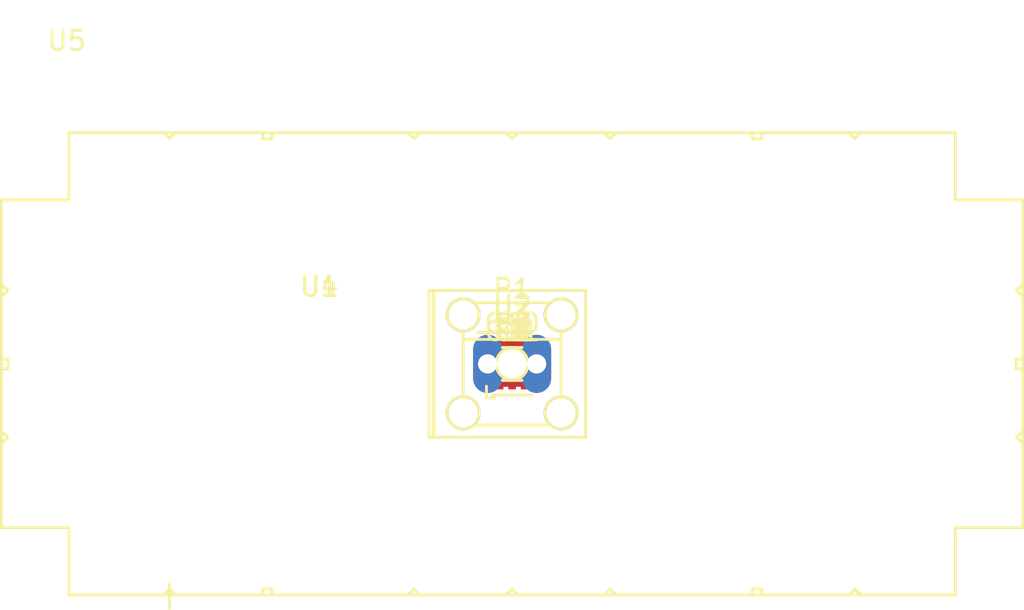
<source format=kicad_pcb>
(kicad_pcb (version 4) (host pcbnew 4.0.1-stable)

  (general
    (links 46)
    (no_connects 18)
    (area 0 0 0 0)
    (thickness 1.6)
    (drawings 0)
    (tracks 0)
    (zones 0)
    (modules 20)
    (nets 13)
  )

  (page A4)
  (layers
    (0 F.Cu signal)
    (31 B.Cu signal)
    (32 B.Adhes user)
    (33 F.Adhes user)
    (34 B.Paste user)
    (35 F.Paste user)
    (36 B.SilkS user)
    (37 F.SilkS user)
    (38 B.Mask user)
    (39 F.Mask user)
    (40 Dwgs.User user)
    (41 Cmts.User user)
    (42 Eco1.User user)
    (43 Eco2.User user)
    (44 Edge.Cuts user)
    (45 Margin user)
    (46 B.CrtYd user)
    (47 F.CrtYd user)
    (48 B.Fab user)
    (49 F.Fab user)
  )

  (setup
    (last_trace_width 0.25)
    (trace_clearance 0.2)
    (zone_clearance 0.508)
    (zone_45_only no)
    (trace_min 0.2)
    (segment_width 0.2)
    (edge_width 0.15)
    (via_size 0.6)
    (via_drill 0.4)
    (via_min_size 0.4)
    (via_min_drill 0.3)
    (uvia_size 0.3)
    (uvia_drill 0.1)
    (uvias_allowed no)
    (uvia_min_size 0.2)
    (uvia_min_drill 0.1)
    (pcb_text_width 0.3)
    (pcb_text_size 1.5 1.5)
    (mod_edge_width 0.15)
    (mod_text_size 1 1)
    (mod_text_width 0.15)
    (pad_size 1.524 1.524)
    (pad_drill 0.762)
    (pad_to_mask_clearance 0.2)
    (aux_axis_origin 0 0)
    (visible_elements FFFFFF7F)
    (pcbplotparams
      (layerselection 0x00030_80000001)
      (usegerberextensions false)
      (excludeedgelayer true)
      (linewidth 0.100000)
      (plotframeref false)
      (viasonmask false)
      (mode 1)
      (useauxorigin false)
      (hpglpennumber 1)
      (hpglpenspeed 20)
      (hpglpendiameter 15)
      (hpglpenoverlay 2)
      (psnegative false)
      (psa4output false)
      (plotreference true)
      (plotvalue true)
      (plotinvisibletext false)
      (padsonsilk false)
      (subtractmaskfromsilk false)
      (outputformat 1)
      (mirror false)
      (drillshape 1)
      (scaleselection 1)
      (outputdirectory ""))
  )

  (net 0 "")
  (net 1 "Net-(C1-Pad1)")
  (net 2 "Net-(C1-Pad2)")
  (net 3 GND)
  (net 4 "Net-(C2-Pad2)")
  (net 5 "Net-(C6-Pad2)")
  (net 6 "Net-(C7-Pad2)")
  (net 7 "Net-(C8-Pad1)")
  (net 8 "Net-(C8-Pad2)")
  (net 9 "Net-(C9-Pad2)")
  (net 10 "Net-(C10-Pad2)")
  (net 11 "Net-(L1-Pad2)")
  (net 12 "Net-(R1-Pad2)")

  (net_class Default "This is the default net class."
    (clearance 0.2)
    (trace_width 0.25)
    (via_dia 0.6)
    (via_drill 0.4)
    (uvia_dia 0.3)
    (uvia_drill 0.1)
    (add_net GND)
    (add_net "Net-(C1-Pad1)")
    (add_net "Net-(C1-Pad2)")
    (add_net "Net-(C10-Pad2)")
    (add_net "Net-(C2-Pad2)")
    (add_net "Net-(C6-Pad2)")
    (add_net "Net-(C7-Pad2)")
    (add_net "Net-(C8-Pad1)")
    (add_net "Net-(C8-Pad2)")
    (add_net "Net-(C9-Pad2)")
    (add_net "Net-(L1-Pad2)")
    (add_net "Net-(R1-Pad2)")
  )

  (module Capacitors_SMD:C_0402 (layer F.Cu) (tedit 5415D599) (tstamp 56C5716B)
    (at 148.5011 105.0036)
    (descr "Capacitor SMD 0402, reflow soldering, AVX (see smccp.pdf)")
    (tags "capacitor 0402")
    (path /56A5D305)
    (attr smd)
    (fp_text reference C1 (at 0 -1.7) (layer F.SilkS)
      (effects (font (size 1 1) (thickness 0.15)))
    )
    (fp_text value "1 nF" (at 0 1.7) (layer F.Fab)
      (effects (font (size 1 1) (thickness 0.15)))
    )
    (fp_line (start -1.15 -0.6) (end 1.15 -0.6) (layer F.CrtYd) (width 0.05))
    (fp_line (start -1.15 0.6) (end 1.15 0.6) (layer F.CrtYd) (width 0.05))
    (fp_line (start -1.15 -0.6) (end -1.15 0.6) (layer F.CrtYd) (width 0.05))
    (fp_line (start 1.15 -0.6) (end 1.15 0.6) (layer F.CrtYd) (width 0.05))
    (fp_line (start 0.25 -0.475) (end -0.25 -0.475) (layer F.SilkS) (width 0.15))
    (fp_line (start -0.25 0.475) (end 0.25 0.475) (layer F.SilkS) (width 0.15))
    (pad 1 smd rect (at -0.55 0) (size 0.6 0.5) (layers F.Cu F.Paste F.Mask)
      (net 1 "Net-(C1-Pad1)"))
    (pad 2 smd rect (at 0.55 0) (size 0.6 0.5) (layers F.Cu F.Paste F.Mask)
      (net 2 "Net-(C1-Pad2)"))
    (model Capacitors_SMD.3dshapes/C_0402.wrl
      (at (xyz 0 0 0))
      (scale (xyz 1 1 1))
      (rotate (xyz 0 0 0))
    )
  )

  (module Capacitors_SMD:C_0402 (layer F.Cu) (tedit 5415D599) (tstamp 56C57171)
    (at 148.5011 105.0036)
    (descr "Capacitor SMD 0402, reflow soldering, AVX (see smccp.pdf)")
    (tags "capacitor 0402")
    (path /56A5E0A7)
    (attr smd)
    (fp_text reference C2 (at 0 -1.7) (layer F.SilkS)
      (effects (font (size 1 1) (thickness 0.15)))
    )
    (fp_text value "100 pF" (at 0 1.7) (layer F.Fab)
      (effects (font (size 1 1) (thickness 0.15)))
    )
    (fp_line (start -1.15 -0.6) (end 1.15 -0.6) (layer F.CrtYd) (width 0.05))
    (fp_line (start -1.15 0.6) (end 1.15 0.6) (layer F.CrtYd) (width 0.05))
    (fp_line (start -1.15 -0.6) (end -1.15 0.6) (layer F.CrtYd) (width 0.05))
    (fp_line (start 1.15 -0.6) (end 1.15 0.6) (layer F.CrtYd) (width 0.05))
    (fp_line (start 0.25 -0.475) (end -0.25 -0.475) (layer F.SilkS) (width 0.15))
    (fp_line (start -0.25 0.475) (end 0.25 0.475) (layer F.SilkS) (width 0.15))
    (pad 1 smd rect (at -0.55 0) (size 0.6 0.5) (layers F.Cu F.Paste F.Mask)
      (net 3 GND))
    (pad 2 smd rect (at 0.55 0) (size 0.6 0.5) (layers F.Cu F.Paste F.Mask)
      (net 4 "Net-(C2-Pad2)"))
    (model Capacitors_SMD.3dshapes/C_0402.wrl
      (at (xyz 0 0 0))
      (scale (xyz 1 1 1))
      (rotate (xyz 0 0 0))
    )
  )

  (module Capacitors_SMD:C_0805 (layer F.Cu) (tedit 5415D6EA) (tstamp 56C57177)
    (at 148.5011 105.0036)
    (descr "Capacitor SMD 0805, reflow soldering, AVX (see smccp.pdf)")
    (tags "capacitor 0805")
    (path /56A5E034)
    (attr smd)
    (fp_text reference C3 (at 0 -2.1) (layer F.SilkS)
      (effects (font (size 1 1) (thickness 0.15)))
    )
    (fp_text value "10 uF" (at 0 2.1) (layer F.Fab)
      (effects (font (size 1 1) (thickness 0.15)))
    )
    (fp_line (start -1.8 -1) (end 1.8 -1) (layer F.CrtYd) (width 0.05))
    (fp_line (start -1.8 1) (end 1.8 1) (layer F.CrtYd) (width 0.05))
    (fp_line (start -1.8 -1) (end -1.8 1) (layer F.CrtYd) (width 0.05))
    (fp_line (start 1.8 -1) (end 1.8 1) (layer F.CrtYd) (width 0.05))
    (fp_line (start 0.5 -0.85) (end -0.5 -0.85) (layer F.SilkS) (width 0.15))
    (fp_line (start -0.5 0.85) (end 0.5 0.85) (layer F.SilkS) (width 0.15))
    (pad 1 smd rect (at -1 0) (size 1 1.25) (layers F.Cu F.Paste F.Mask)
      (net 3 GND))
    (pad 2 smd rect (at 1 0) (size 1 1.25) (layers F.Cu F.Paste F.Mask)
      (net 4 "Net-(C2-Pad2)"))
    (model Capacitors_SMD.3dshapes/C_0805.wrl
      (at (xyz 0 0 0))
      (scale (xyz 1 1 1))
      (rotate (xyz 0 0 0))
    )
  )

  (module Capacitors_SMD:C_0402 (layer F.Cu) (tedit 5415D599) (tstamp 56C5717D)
    (at 148.5011 105.0036)
    (descr "Capacitor SMD 0402, reflow soldering, AVX (see smccp.pdf)")
    (tags "capacitor 0402")
    (path /56A5DFF4)
    (attr smd)
    (fp_text reference C4 (at 0 -1.7) (layer F.SilkS)
      (effects (font (size 1 1) (thickness 0.15)))
    )
    (fp_text value "1 uF" (at 0 1.7) (layer F.Fab)
      (effects (font (size 1 1) (thickness 0.15)))
    )
    (fp_line (start -1.15 -0.6) (end 1.15 -0.6) (layer F.CrtYd) (width 0.05))
    (fp_line (start -1.15 0.6) (end 1.15 0.6) (layer F.CrtYd) (width 0.05))
    (fp_line (start -1.15 -0.6) (end -1.15 0.6) (layer F.CrtYd) (width 0.05))
    (fp_line (start 1.15 -0.6) (end 1.15 0.6) (layer F.CrtYd) (width 0.05))
    (fp_line (start 0.25 -0.475) (end -0.25 -0.475) (layer F.SilkS) (width 0.15))
    (fp_line (start -0.25 0.475) (end 0.25 0.475) (layer F.SilkS) (width 0.15))
    (pad 1 smd rect (at -0.55 0) (size 0.6 0.5) (layers F.Cu F.Paste F.Mask)
      (net 3 GND))
    (pad 2 smd rect (at 0.55 0) (size 0.6 0.5) (layers F.Cu F.Paste F.Mask)
      (net 4 "Net-(C2-Pad2)"))
    (model Capacitors_SMD.3dshapes/C_0402.wrl
      (at (xyz 0 0 0))
      (scale (xyz 1 1 1))
      (rotate (xyz 0 0 0))
    )
  )

  (module Capacitors_SMD:C_0402 (layer F.Cu) (tedit 5415D599) (tstamp 56C57183)
    (at 148.5011 105.0036)
    (descr "Capacitor SMD 0402, reflow soldering, AVX (see smccp.pdf)")
    (tags "capacitor 0402")
    (path /56A5D8BA)
    (attr smd)
    (fp_text reference C5 (at 0 -1.7) (layer F.SilkS)
      (effects (font (size 1 1) (thickness 0.15)))
    )
    (fp_text value "1 nF" (at 0 1.7) (layer F.Fab)
      (effects (font (size 1 1) (thickness 0.15)))
    )
    (fp_line (start -1.15 -0.6) (end 1.15 -0.6) (layer F.CrtYd) (width 0.05))
    (fp_line (start -1.15 0.6) (end 1.15 0.6) (layer F.CrtYd) (width 0.05))
    (fp_line (start -1.15 -0.6) (end -1.15 0.6) (layer F.CrtYd) (width 0.05))
    (fp_line (start 1.15 -0.6) (end 1.15 0.6) (layer F.CrtYd) (width 0.05))
    (fp_line (start 0.25 -0.475) (end -0.25 -0.475) (layer F.SilkS) (width 0.15))
    (fp_line (start -0.25 0.475) (end 0.25 0.475) (layer F.SilkS) (width 0.15))
    (pad 1 smd rect (at -0.55 0) (size 0.6 0.5) (layers F.Cu F.Paste F.Mask)
      (net 3 GND))
    (pad 2 smd rect (at 0.55 0) (size 0.6 0.5) (layers F.Cu F.Paste F.Mask)
      (net 4 "Net-(C2-Pad2)"))
    (model Capacitors_SMD.3dshapes/C_0402.wrl
      (at (xyz 0 0 0))
      (scale (xyz 1 1 1))
      (rotate (xyz 0 0 0))
    )
  )

  (module Capacitors_SMD:C_0805 (layer F.Cu) (tedit 5415D6EA) (tstamp 56C57189)
    (at 148.5011 105.0036)
    (descr "Capacitor SMD 0805, reflow soldering, AVX (see smccp.pdf)")
    (tags "capacitor 0805")
    (path /56A5E2D9)
    (attr smd)
    (fp_text reference C6 (at 0 -2.1) (layer F.SilkS)
      (effects (font (size 1 1) (thickness 0.15)))
    )
    (fp_text value "10 uF" (at 0 2.1) (layer F.Fab)
      (effects (font (size 1 1) (thickness 0.15)))
    )
    (fp_line (start -1.8 -1) (end 1.8 -1) (layer F.CrtYd) (width 0.05))
    (fp_line (start -1.8 1) (end 1.8 1) (layer F.CrtYd) (width 0.05))
    (fp_line (start -1.8 -1) (end -1.8 1) (layer F.CrtYd) (width 0.05))
    (fp_line (start 1.8 -1) (end 1.8 1) (layer F.CrtYd) (width 0.05))
    (fp_line (start 0.5 -0.85) (end -0.5 -0.85) (layer F.SilkS) (width 0.15))
    (fp_line (start -0.5 0.85) (end 0.5 0.85) (layer F.SilkS) (width 0.15))
    (pad 1 smd rect (at -1 0) (size 1 1.25) (layers F.Cu F.Paste F.Mask)
      (net 3 GND))
    (pad 2 smd rect (at 1 0) (size 1 1.25) (layers F.Cu F.Paste F.Mask)
      (net 5 "Net-(C6-Pad2)"))
    (model Capacitors_SMD.3dshapes/C_0805.wrl
      (at (xyz 0 0 0))
      (scale (xyz 1 1 1))
      (rotate (xyz 0 0 0))
    )
  )

  (module Capacitors_SMD:C_0402 (layer F.Cu) (tedit 5415D599) (tstamp 56C5718F)
    (at 148.5011 105.0036)
    (descr "Capacitor SMD 0402, reflow soldering, AVX (see smccp.pdf)")
    (tags "capacitor 0402")
    (path /56A5DE48)
    (attr smd)
    (fp_text reference C7 (at 0 -1.7) (layer F.SilkS)
      (effects (font (size 1 1) (thickness 0.15)))
    )
    (fp_text value "1 uF" (at 0 1.7) (layer F.Fab)
      (effects (font (size 1 1) (thickness 0.15)))
    )
    (fp_line (start -1.15 -0.6) (end 1.15 -0.6) (layer F.CrtYd) (width 0.05))
    (fp_line (start -1.15 0.6) (end 1.15 0.6) (layer F.CrtYd) (width 0.05))
    (fp_line (start -1.15 -0.6) (end -1.15 0.6) (layer F.CrtYd) (width 0.05))
    (fp_line (start 1.15 -0.6) (end 1.15 0.6) (layer F.CrtYd) (width 0.05))
    (fp_line (start 0.25 -0.475) (end -0.25 -0.475) (layer F.SilkS) (width 0.15))
    (fp_line (start -0.25 0.475) (end 0.25 0.475) (layer F.SilkS) (width 0.15))
    (pad 1 smd rect (at -0.55 0) (size 0.6 0.5) (layers F.Cu F.Paste F.Mask)
      (net 3 GND))
    (pad 2 smd rect (at 0.55 0) (size 0.6 0.5) (layers F.Cu F.Paste F.Mask)
      (net 6 "Net-(C7-Pad2)"))
    (model Capacitors_SMD.3dshapes/C_0402.wrl
      (at (xyz 0 0 0))
      (scale (xyz 1 1 1))
      (rotate (xyz 0 0 0))
    )
  )

  (module Capacitors_SMD:C_0402 (layer F.Cu) (tedit 5415D599) (tstamp 56C57195)
    (at 148.5011 105.0036)
    (descr "Capacitor SMD 0402, reflow soldering, AVX (see smccp.pdf)")
    (tags "capacitor 0402")
    (path /56A5D6B8)
    (attr smd)
    (fp_text reference C8 (at 0 -1.7) (layer F.SilkS)
      (effects (font (size 1 1) (thickness 0.15)))
    )
    (fp_text value "1 nF" (at 0 1.7) (layer F.Fab)
      (effects (font (size 1 1) (thickness 0.15)))
    )
    (fp_line (start -1.15 -0.6) (end 1.15 -0.6) (layer F.CrtYd) (width 0.05))
    (fp_line (start -1.15 0.6) (end 1.15 0.6) (layer F.CrtYd) (width 0.05))
    (fp_line (start -1.15 -0.6) (end -1.15 0.6) (layer F.CrtYd) (width 0.05))
    (fp_line (start 1.15 -0.6) (end 1.15 0.6) (layer F.CrtYd) (width 0.05))
    (fp_line (start 0.25 -0.475) (end -0.25 -0.475) (layer F.SilkS) (width 0.15))
    (fp_line (start -0.25 0.475) (end 0.25 0.475) (layer F.SilkS) (width 0.15))
    (pad 1 smd rect (at -0.55 0) (size 0.6 0.5) (layers F.Cu F.Paste F.Mask)
      (net 7 "Net-(C8-Pad1)"))
    (pad 2 smd rect (at 0.55 0) (size 0.6 0.5) (layers F.Cu F.Paste F.Mask)
      (net 8 "Net-(C8-Pad2)"))
    (model Capacitors_SMD.3dshapes/C_0402.wrl
      (at (xyz 0 0 0))
      (scale (xyz 1 1 1))
      (rotate (xyz 0 0 0))
    )
  )

  (module Capacitors_SMD:C_0402 (layer F.Cu) (tedit 5415D599) (tstamp 56C5719B)
    (at 148.5011 105.0036)
    (descr "Capacitor SMD 0402, reflow soldering, AVX (see smccp.pdf)")
    (tags "capacitor 0402")
    (path /56A5E440)
    (attr smd)
    (fp_text reference C9 (at 0 -1.7) (layer F.SilkS)
      (effects (font (size 1 1) (thickness 0.15)))
    )
    (fp_text value "1 uF" (at 0 1.7) (layer F.Fab)
      (effects (font (size 1 1) (thickness 0.15)))
    )
    (fp_line (start -1.15 -0.6) (end 1.15 -0.6) (layer F.CrtYd) (width 0.05))
    (fp_line (start -1.15 0.6) (end 1.15 0.6) (layer F.CrtYd) (width 0.05))
    (fp_line (start -1.15 -0.6) (end -1.15 0.6) (layer F.CrtYd) (width 0.05))
    (fp_line (start 1.15 -0.6) (end 1.15 0.6) (layer F.CrtYd) (width 0.05))
    (fp_line (start 0.25 -0.475) (end -0.25 -0.475) (layer F.SilkS) (width 0.15))
    (fp_line (start -0.25 0.475) (end 0.25 0.475) (layer F.SilkS) (width 0.15))
    (pad 1 smd rect (at -0.55 0) (size 0.6 0.5) (layers F.Cu F.Paste F.Mask)
      (net 3 GND))
    (pad 2 smd rect (at 0.55 0) (size 0.6 0.5) (layers F.Cu F.Paste F.Mask)
      (net 9 "Net-(C9-Pad2)"))
    (model Capacitors_SMD.3dshapes/C_0402.wrl
      (at (xyz 0 0 0))
      (scale (xyz 1 1 1))
      (rotate (xyz 0 0 0))
    )
  )

  (module Capacitors_SMD:C_0805 (layer F.Cu) (tedit 5415D6EA) (tstamp 56C571A1)
    (at 148.5011 105.0036)
    (descr "Capacitor SMD 0805, reflow soldering, AVX (see smccp.pdf)")
    (tags "capacitor 0805")
    (path /56A5E82E)
    (attr smd)
    (fp_text reference C10 (at 0 -2.1) (layer F.SilkS)
      (effects (font (size 1 1) (thickness 0.15)))
    )
    (fp_text value "10 uF" (at 0 2.1) (layer F.Fab)
      (effects (font (size 1 1) (thickness 0.15)))
    )
    (fp_line (start -1.8 -1) (end 1.8 -1) (layer F.CrtYd) (width 0.05))
    (fp_line (start -1.8 1) (end 1.8 1) (layer F.CrtYd) (width 0.05))
    (fp_line (start -1.8 -1) (end -1.8 1) (layer F.CrtYd) (width 0.05))
    (fp_line (start 1.8 -1) (end 1.8 1) (layer F.CrtYd) (width 0.05))
    (fp_line (start 0.5 -0.85) (end -0.5 -0.85) (layer F.SilkS) (width 0.15))
    (fp_line (start -0.5 0.85) (end 0.5 0.85) (layer F.SilkS) (width 0.15))
    (pad 1 smd rect (at -1 0) (size 1 1.25) (layers F.Cu F.Paste F.Mask)
      (net 3 GND))
    (pad 2 smd rect (at 1 0) (size 1 1.25) (layers F.Cu F.Paste F.Mask)
      (net 10 "Net-(C10-Pad2)"))
    (model Capacitors_SMD.3dshapes/C_0805.wrl
      (at (xyz 0 0 0))
      (scale (xyz 1 1 1))
      (rotate (xyz 0 0 0))
    )
  )

  (module Capacitors_SMD:C_0402 (layer F.Cu) (tedit 5415D599) (tstamp 56C571A7)
    (at 148.5011 105.0036)
    (descr "Capacitor SMD 0402, reflow soldering, AVX (see smccp.pdf)")
    (tags "capacitor 0402")
    (path /56A5EB07)
    (attr smd)
    (fp_text reference C11 (at 0 -1.7) (layer F.SilkS)
      (effects (font (size 1 1) (thickness 0.15)))
    )
    (fp_text value "1 nF" (at 0 1.7) (layer F.Fab)
      (effects (font (size 1 1) (thickness 0.15)))
    )
    (fp_line (start -1.15 -0.6) (end 1.15 -0.6) (layer F.CrtYd) (width 0.05))
    (fp_line (start -1.15 0.6) (end 1.15 0.6) (layer F.CrtYd) (width 0.05))
    (fp_line (start -1.15 -0.6) (end -1.15 0.6) (layer F.CrtYd) (width 0.05))
    (fp_line (start 1.15 -0.6) (end 1.15 0.6) (layer F.CrtYd) (width 0.05))
    (fp_line (start 0.25 -0.475) (end -0.25 -0.475) (layer F.SilkS) (width 0.15))
    (fp_line (start -0.25 0.475) (end 0.25 0.475) (layer F.SilkS) (width 0.15))
    (pad 1 smd rect (at -0.55 0) (size 0.6 0.5) (layers F.Cu F.Paste F.Mask)
      (net 3 GND))
    (pad 2 smd rect (at 0.55 0) (size 0.6 0.5) (layers F.Cu F.Paste F.Mask)
      (net 10 "Net-(C10-Pad2)"))
    (model Capacitors_SMD.3dshapes/C_0402.wrl
      (at (xyz 0 0 0))
      (scale (xyz 1 1 1))
      (rotate (xyz 0 0 0))
    )
  )

  (module Resistors_SMD:R_0402 (layer F.Cu) (tedit 5415CBB8) (tstamp 56C571AD)
    (at 148.5011 105.0036)
    (descr "Resistor SMD 0402, reflow soldering, Vishay (see dcrcw.pdf)")
    (tags "resistor 0402")
    (path /56AF9414)
    (attr smd)
    (fp_text reference L1 (at 0 -1.8) (layer F.SilkS)
      (effects (font (size 1 1) (thickness 0.15)))
    )
    (fp_text value "56 nH" (at 0 1.8) (layer F.Fab)
      (effects (font (size 1 1) (thickness 0.15)))
    )
    (fp_line (start -0.95 -0.65) (end 0.95 -0.65) (layer F.CrtYd) (width 0.05))
    (fp_line (start -0.95 0.65) (end 0.95 0.65) (layer F.CrtYd) (width 0.05))
    (fp_line (start -0.95 -0.65) (end -0.95 0.65) (layer F.CrtYd) (width 0.05))
    (fp_line (start 0.95 -0.65) (end 0.95 0.65) (layer F.CrtYd) (width 0.05))
    (fp_line (start 0.25 -0.525) (end -0.25 -0.525) (layer F.SilkS) (width 0.15))
    (fp_line (start -0.25 0.525) (end 0.25 0.525) (layer F.SilkS) (width 0.15))
    (pad 1 smd rect (at -0.45 0) (size 0.4 0.6) (layers F.Cu F.Paste F.Mask)
      (net 4 "Net-(C2-Pad2)"))
    (pad 2 smd rect (at 0.45 0) (size 0.4 0.6) (layers F.Cu F.Paste F.Mask)
      (net 11 "Net-(L1-Pad2)"))
    (model Resistors_SMD.3dshapes/R_0402.wrl
      (at (xyz 0 0 0))
      (scale (xyz 1 1 1))
      (rotate (xyz 0 0 0))
    )
  )

  (module Resistors_SMD:R_0402 (layer F.Cu) (tedit 5415CBB8) (tstamp 56C571B3)
    (at 148.5011 105.0036)
    (descr "Resistor SMD 0402, reflow soldering, Vishay (see dcrcw.pdf)")
    (tags "resistor 0402")
    (path /56A5D732)
    (attr smd)
    (fp_text reference L2 (at 0 -1.8) (layer F.SilkS)
      (effects (font (size 1 1) (thickness 0.15)))
    )
    (fp_text value "6 nH" (at 0 1.8) (layer F.Fab)
      (effects (font (size 1 1) (thickness 0.15)))
    )
    (fp_line (start -0.95 -0.65) (end 0.95 -0.65) (layer F.CrtYd) (width 0.05))
    (fp_line (start -0.95 0.65) (end 0.95 0.65) (layer F.CrtYd) (width 0.05))
    (fp_line (start -0.95 -0.65) (end -0.95 0.65) (layer F.CrtYd) (width 0.05))
    (fp_line (start 0.95 -0.65) (end 0.95 0.65) (layer F.CrtYd) (width 0.05))
    (fp_line (start 0.25 -0.525) (end -0.25 -0.525) (layer F.SilkS) (width 0.15))
    (fp_line (start -0.25 0.525) (end 0.25 0.525) (layer F.SilkS) (width 0.15))
    (pad 1 smd rect (at -0.45 0) (size 0.4 0.6) (layers F.Cu F.Paste F.Mask)
      (net 11 "Net-(L1-Pad2)"))
    (pad 2 smd rect (at 0.45 0) (size 0.4 0.6) (layers F.Cu F.Paste F.Mask)
      (net 8 "Net-(C8-Pad2)"))
    (model Resistors_SMD.3dshapes/R_0402.wrl
      (at (xyz 0 0 0))
      (scale (xyz 1 1 1))
      (rotate (xyz 0 0 0))
    )
  )

  (module Connect:PINHEAD1-2 (layer F.Cu) (tedit 0) (tstamp 56C571B9)
    (at 148.5011 105.0036)
    (path /56A5ED4A)
    (attr virtual)
    (fp_text reference P1 (at 0 -3.9) (layer F.SilkS)
      (effects (font (size 1 1) (thickness 0.15)))
    )
    (fp_text value CONN_01X02 (at 0 3.81) (layer F.Fab)
      (effects (font (size 1 1) (thickness 0.15)))
    )
    (fp_line (start 2.54 -1.27) (end -2.54 -1.27) (layer F.SilkS) (width 0.15))
    (fp_line (start 2.54 3.175) (end -2.54 3.175) (layer F.SilkS) (width 0.15))
    (fp_line (start -2.54 -3.175) (end 2.54 -3.175) (layer F.SilkS) (width 0.15))
    (fp_line (start -2.54 -3.175) (end -2.54 3.175) (layer F.SilkS) (width 0.15))
    (fp_line (start 2.54 -3.175) (end 2.54 3.175) (layer F.SilkS) (width 0.15))
    (pad 1 thru_hole oval (at -1.27 0) (size 1.50622 3.01498) (drill 0.99822) (layers *.Cu *.Mask)
      (net 10 "Net-(C10-Pad2)"))
    (pad 2 thru_hole oval (at 1.27 0) (size 1.50622 3.01498) (drill 0.99822) (layers *.Cu *.Mask)
      (net 3 GND))
  )

  (module Resistors_SMD:R_0402 (layer F.Cu) (tedit 5415CBB8) (tstamp 56C571BF)
    (at 148.5011 105.0036)
    (descr "Resistor SMD 0402, reflow soldering, Vishay (see dcrcw.pdf)")
    (tags "resistor 0402")
    (path /56A5E57F)
    (attr smd)
    (fp_text reference R1 (at 0 -1.8) (layer F.SilkS)
      (effects (font (size 1 1) (thickness 0.15)))
    )
    (fp_text value 0 (at 0 1.8) (layer F.Fab)
      (effects (font (size 1 1) (thickness 0.15)))
    )
    (fp_line (start -0.95 -0.65) (end 0.95 -0.65) (layer F.CrtYd) (width 0.05))
    (fp_line (start -0.95 0.65) (end 0.95 0.65) (layer F.CrtYd) (width 0.05))
    (fp_line (start -0.95 -0.65) (end -0.95 0.65) (layer F.CrtYd) (width 0.05))
    (fp_line (start 0.95 -0.65) (end 0.95 0.65) (layer F.CrtYd) (width 0.05))
    (fp_line (start 0.25 -0.525) (end -0.25 -0.525) (layer F.SilkS) (width 0.15))
    (fp_line (start -0.25 0.525) (end 0.25 0.525) (layer F.SilkS) (width 0.15))
    (pad 1 smd rect (at -0.45 0) (size 0.4 0.6) (layers F.Cu F.Paste F.Mask)
      (net 10 "Net-(C10-Pad2)"))
    (pad 2 smd rect (at 0.45 0) (size 0.4 0.6) (layers F.Cu F.Paste F.Mask)
      (net 12 "Net-(R1-Pad2)"))
    (model Resistors_SMD.3dshapes/R_0402.wrl
      (at (xyz 0 0 0))
      (scale (xyz 1 1 1))
      (rotate (xyz 0 0 0))
    )
  )

  (module vna_footprints:732512200_SMA (layer F.Cu) (tedit 56AF1EC8) (tstamp 56C571C8)
    (at 148.5011 105.0036)
    (path /56A5D4B4)
    (fp_text reference U1 (at -10 -4) (layer F.SilkS)
      (effects (font (size 1 1) (thickness 0.15)))
    )
    (fp_text value CONN_SMA (at -6 -6) (layer F.Fab)
      (effects (font (size 1 1) (thickness 0.15)))
    )
    (fp_line (start -4.064 3.81) (end -4.064 -3.81) (layer F.SilkS) (width 0.15))
    (fp_line (start -4.318 3.81) (end -3.81 3.81) (layer F.SilkS) (width 0.15))
    (fp_line (start -4.318 -3.81) (end -4.318 3.81) (layer F.SilkS) (width 0.15))
    (fp_line (start -4.318 -3.81) (end -3.81 -3.81) (layer F.SilkS) (width 0.15))
    (fp_line (start 3.81 3.81) (end -3.81 3.81) (layer F.SilkS) (width 0.15))
    (fp_line (start 3.81 -3.81) (end 3.81 3.81) (layer F.SilkS) (width 0.15))
    (fp_line (start -3.81 -3.81) (end 3.81 -3.81) (layer F.SilkS) (width 0.15))
    (pad 1 thru_hole circle (at 0 0) (size 1.8 1.8) (drill 1.5) (layers *.Cu *.Mask F.SilkS)
      (net 2 "Net-(C1-Pad2)"))
    (pad 2 thru_hole circle (at -2.54 2.54) (size 1.8 1.8) (drill 1.5) (layers *.Cu *.Mask F.SilkS)
      (net 3 GND))
    (pad 3 thru_hole circle (at -2.54 -2.54) (size 1.8 1.8) (drill 1.5) (layers *.Cu *.Mask F.SilkS)
      (net 3 GND))
    (pad 4 thru_hole circle (at 2.54 -2.54) (size 1.8 1.8) (drill 1.5) (layers *.Cu *.Mask F.SilkS)
      (net 3 GND))
    (pad 5 thru_hole circle (at 2.54 2.54) (size 1.8 1.8) (drill 1.5) (layers *.Cu *.Mask F.SilkS)
      (net 3 GND))
  )

  (module TO_SOT_Packages_SMD:SC-70-6 (layer F.Cu) (tedit 54E926FA) (tstamp 56C571D2)
    (at 148.5011 105.0036)
    (descr SC-70-6,)
    (tags SC-70-6,)
    (path /56A5D23E)
    (attr smd)
    (fp_text reference U2 (at 0.01016 -3.05054) (layer F.SilkS)
      (effects (font (size 1 1) (thickness 0.15)))
    )
    (fp_text value MGA-82563 (at 0.04064 4.191) (layer F.Fab)
      (effects (font (size 1 1) (thickness 0.15)))
    )
    (fp_line (start -1.33096 1.16078) (end -1.33096 1.77038) (layer F.SilkS) (width 0.15))
    (fp_line (start -1.33096 1.77038) (end -0.89916 1.78054) (layer F.SilkS) (width 0.15))
    (pad 1 smd rect (at -0.65024 0.94996) (size 0.39878 0.7493) (layers F.Cu F.Paste F.Mask)
      (net 3 GND))
    (pad 2 smd rect (at 0 0.94996) (size 0.39878 0.7493) (layers F.Cu F.Paste F.Mask)
      (net 3 GND))
    (pad 3 smd rect (at 0.65024 0.94996) (size 0.39878 0.7493) (layers F.Cu F.Paste F.Mask)
      (net 1 "Net-(C1-Pad1)"))
    (pad 4 smd rect (at 0.65024 -0.94996) (size 0.39878 0.7493) (layers F.Cu F.Paste F.Mask)
      (net 3 GND))
    (pad 5 smd rect (at 0 -0.94996) (size 0.39878 0.7493) (layers F.Cu F.Paste F.Mask)
      (net 3 GND))
    (pad 6 smd rect (at -0.65024 -0.94996) (size 0.39878 0.7493) (layers F.Cu F.Paste F.Mask)
      (net 8 "Net-(C8-Pad2)"))
    (model TO_SOT_Packages_SMD.3dshapes/SC-70-6.wrl
      (at (xyz 0 0 0))
      (scale (xyz 1 1 1))
      (rotate (xyz 0 0 0))
    )
  )

  (module Housings_DFN_QFN:DFN-8-1EP_3x3mm_Pitch0.5mm (layer F.Cu) (tedit 54130A77) (tstamp 56C571E2)
    (at 148.5011 105.0036)
    (descr "DD Package; 8-Lead Plastic DFN (3mm x 3mm) (see Linear Technology DFN_8_05-08-1698.pdf)")
    (tags "DFN 0.5")
    (path /56A5D27D)
    (attr smd)
    (fp_text reference U3 (at 0 -2.55) (layer F.SilkS)
      (effects (font (size 1 1) (thickness 0.15)))
    )
    (fp_text value ADM7150 (at 0 2.55) (layer F.Fab)
      (effects (font (size 1 1) (thickness 0.15)))
    )
    (fp_line (start -2 -1.8) (end -2 1.8) (layer F.CrtYd) (width 0.05))
    (fp_line (start 2 -1.8) (end 2 1.8) (layer F.CrtYd) (width 0.05))
    (fp_line (start -2 -1.8) (end 2 -1.8) (layer F.CrtYd) (width 0.05))
    (fp_line (start -2 1.8) (end 2 1.8) (layer F.CrtYd) (width 0.05))
    (fp_line (start -1.05 1.625) (end 1.05 1.625) (layer F.SilkS) (width 0.15))
    (fp_line (start -1.825 -1.625) (end 1.05 -1.625) (layer F.SilkS) (width 0.15))
    (pad 1 smd rect (at -1.4 -0.75) (size 0.7 0.25) (layers F.Cu F.Paste F.Mask)
      (net 5 "Net-(C6-Pad2)"))
    (pad 2 smd rect (at -1.4 -0.25) (size 0.7 0.25) (layers F.Cu F.Paste F.Mask)
      (net 4 "Net-(C2-Pad2)"))
    (pad 3 smd rect (at -1.4 0.25) (size 0.7 0.25) (layers F.Cu F.Paste F.Mask)
      (net 6 "Net-(C7-Pad2)"))
    (pad 4 smd rect (at -1.4 0.75) (size 0.7 0.25) (layers F.Cu F.Paste F.Mask)
      (net 3 GND))
    (pad 5 smd rect (at 1.4 0.75) (size 0.7 0.25) (layers F.Cu F.Paste F.Mask)
      (net 9 "Net-(C9-Pad2)"))
    (pad 6 smd rect (at 1.4 0.25) (size 0.7 0.25) (layers F.Cu F.Paste F.Mask)
      (net 9 "Net-(C9-Pad2)"))
    (pad 7 smd rect (at 1.4 -0.25) (size 0.7 0.25) (layers F.Cu F.Paste F.Mask)
      (net 12 "Net-(R1-Pad2)"))
    (pad 8 smd rect (at 1.4 -0.75) (size 0.7 0.25) (layers F.Cu F.Paste F.Mask)
      (net 10 "Net-(C10-Pad2)"))
    (pad 9 smd rect (at 0.415 0.595) (size 0.83 1.19) (layers F.Cu F.Paste F.Mask)
      (net 3 GND) (solder_paste_margin_ratio -0.2))
    (pad 9 smd rect (at 0.415 -0.595) (size 0.83 1.19) (layers F.Cu F.Paste F.Mask)
      (net 3 GND) (solder_paste_margin_ratio -0.2))
    (pad 9 smd rect (at -0.415 0.595) (size 0.83 1.19) (layers F.Cu F.Paste F.Mask)
      (net 3 GND) (solder_paste_margin_ratio -0.2))
    (pad 9 smd rect (at -0.415 -0.595) (size 0.83 1.19) (layers F.Cu F.Paste F.Mask)
      (net 3 GND) (solder_paste_margin_ratio -0.2))
    (model Housings_DFN_QFN.3dshapes/DFN-8-1EP_3x3mm_Pitch0.5mm.wrl
      (at (xyz 0 0 0))
      (scale (xyz 1 1 1))
      (rotate (xyz 0 0 0))
    )
  )

  (module vna_footprints:732512200_SMA (layer F.Cu) (tedit 56AF1EC8) (tstamp 56C571EB)
    (at 148.5011 105.0036)
    (path /56A5D37F)
    (fp_text reference U4 (at -10 -4) (layer F.SilkS)
      (effects (font (size 1 1) (thickness 0.15)))
    )
    (fp_text value CONN_SMA (at -6 -6) (layer F.Fab)
      (effects (font (size 1 1) (thickness 0.15)))
    )
    (fp_line (start -4.064 3.81) (end -4.064 -3.81) (layer F.SilkS) (width 0.15))
    (fp_line (start -4.318 3.81) (end -3.81 3.81) (layer F.SilkS) (width 0.15))
    (fp_line (start -4.318 -3.81) (end -4.318 3.81) (layer F.SilkS) (width 0.15))
    (fp_line (start -4.318 -3.81) (end -3.81 -3.81) (layer F.SilkS) (width 0.15))
    (fp_line (start 3.81 3.81) (end -3.81 3.81) (layer F.SilkS) (width 0.15))
    (fp_line (start 3.81 -3.81) (end 3.81 3.81) (layer F.SilkS) (width 0.15))
    (fp_line (start -3.81 -3.81) (end 3.81 -3.81) (layer F.SilkS) (width 0.15))
    (pad 1 thru_hole circle (at 0 0) (size 1.8 1.8) (drill 1.5) (layers *.Cu *.Mask F.SilkS)
      (net 7 "Net-(C8-Pad1)"))
    (pad 2 thru_hole circle (at -2.54 2.54) (size 1.8 1.8) (drill 1.5) (layers *.Cu *.Mask F.SilkS)
      (net 3 GND))
    (pad 3 thru_hole circle (at -2.54 -2.54) (size 1.8 1.8) (drill 1.5) (layers *.Cu *.Mask F.SilkS)
      (net 3 GND))
    (pad 4 thru_hole circle (at 2.54 -2.54) (size 1.8 1.8) (drill 1.5) (layers *.Cu *.Mask F.SilkS)
      (net 3 GND))
    (pad 5 thru_hole circle (at 2.54 2.54) (size 1.8 1.8) (drill 1.5) (layers *.Cu *.Mask F.SilkS)
      (net 3 GND))
  )

  (module vna_footprints:POMONA_2400BOX (layer F.Cu) (tedit 56AF239E) (tstamp 56C571EF)
    (at 148.5011 105.0036)
    (path /56B62A1A)
    (fp_text reference U5 (at -23.114 -16.764) (layer F.SilkS)
      (effects (font (size 1 1) (thickness 0.15)))
    )
    (fp_text value mounting_box (at -18.034 -18.034) (layer F.Fab)
      (effects (font (size 1 1) (thickness 0.15)))
    )
    (fp_line (start -26.162 -3.81) (end -26.416 -4.064) (layer F.SilkS) (width 0.15))
    (fp_line (start -26.416 -3.556) (end -26.162 -3.81) (layer F.SilkS) (width 0.15))
    (fp_line (start -26.162 3.81) (end -26.416 3.556) (layer F.SilkS) (width 0.15))
    (fp_line (start -26.416 4.064) (end -26.162 3.81) (layer F.SilkS) (width 0.15))
    (fp_line (start -17.78 11.684) (end -17.526 11.938) (layer F.SilkS) (width 0.15))
    (fp_line (start -18.034 11.938) (end -17.78 11.684) (layer F.SilkS) (width 0.15))
    (fp_line (start 0 11.684) (end 0.254 11.938) (layer F.SilkS) (width 0.15))
    (fp_line (start -0.254 11.938) (end 0 11.684) (layer F.SilkS) (width 0.15))
    (fp_line (start -5.08 11.684) (end -4.826 11.938) (layer F.SilkS) (width 0.15))
    (fp_line (start -5.334 11.938) (end -5.08 11.684) (layer F.SilkS) (width 0.15))
    (fp_line (start 5.08 11.684) (end 5.334 11.938) (layer F.SilkS) (width 0.15))
    (fp_line (start 4.826 11.938) (end 5.08 11.684) (layer F.SilkS) (width 0.15))
    (fp_line (start 17.78 11.684) (end 18.034 11.938) (layer F.SilkS) (width 0.15))
    (fp_line (start 17.526 11.938) (end 17.78 11.684) (layer F.SilkS) (width 0.15))
    (fp_line (start 26.162 3.81) (end 26.416 4.064) (layer F.SilkS) (width 0.15))
    (fp_line (start 26.162 3.81) (end 26.416 3.556) (layer F.SilkS) (width 0.15))
    (fp_line (start 26.162 -3.81) (end 26.416 -3.556) (layer F.SilkS) (width 0.15))
    (fp_line (start 26.416 -4.064) (end 26.162 -3.81) (layer F.SilkS) (width 0.15))
    (fp_line (start 17.78 -11.684) (end 18.034 -11.938) (layer F.SilkS) (width 0.15))
    (fp_line (start 17.526 -11.938) (end 17.78 -11.684) (layer F.SilkS) (width 0.15))
    (fp_line (start 5.08 -11.684) (end 5.334 -11.938) (layer F.SilkS) (width 0.15))
    (fp_line (start 4.826 -11.938) (end 5.08 -11.684) (layer F.SilkS) (width 0.15))
    (fp_line (start 0 -11.684) (end 0.254 -11.938) (layer F.SilkS) (width 0.15))
    (fp_line (start -0.254 -11.938) (end 0 -11.684) (layer F.SilkS) (width 0.15))
    (fp_line (start -5.08 -11.684) (end -4.826 -11.938) (layer F.SilkS) (width 0.15))
    (fp_line (start -5.334 -11.938) (end -5.08 -11.684) (layer F.SilkS) (width 0.15))
    (fp_line (start -17.78 -11.684) (end -17.526 -11.938) (layer F.SilkS) (width 0.15))
    (fp_line (start -18.034 -11.938) (end -17.78 -11.684) (layer F.SilkS) (width 0.15))
    (fp_line (start -17.78 12.7) (end -17.78 11.43) (layer F.SilkS) (width 0.15))
    (fp_line (start -26.162 0.254) (end -26.416 0.254) (layer F.SilkS) (width 0.15))
    (fp_line (start -26.162 -0.254) (end -26.162 0.254) (layer F.SilkS) (width 0.15))
    (fp_line (start -26.416 -0.254) (end -26.162 -0.254) (layer F.SilkS) (width 0.15))
    (fp_line (start 26.162 0.254) (end 26.416 0.254) (layer F.SilkS) (width 0.15))
    (fp_line (start 26.162 -0.254) (end 26.162 0.254) (layer F.SilkS) (width 0.15))
    (fp_line (start 26.416 -0.254) (end 26.162 -0.254) (layer F.SilkS) (width 0.15))
    (fp_line (start -12.446 11.684) (end -12.446 11.938) (layer F.SilkS) (width 0.15))
    (fp_line (start -12.954 11.684) (end -12.446 11.684) (layer F.SilkS) (width 0.15))
    (fp_line (start -12.954 11.938) (end -12.954 11.684) (layer F.SilkS) (width 0.15))
    (fp_line (start 12.954 11.684) (end 12.954 11.938) (layer F.SilkS) (width 0.15))
    (fp_line (start 12.446 11.684) (end 12.954 11.684) (layer F.SilkS) (width 0.15))
    (fp_line (start 12.446 11.938) (end 12.446 11.684) (layer F.SilkS) (width 0.15))
    (fp_line (start 12.954 -11.684) (end 12.954 -11.938) (layer F.SilkS) (width 0.15))
    (fp_line (start 12.446 -11.684) (end 12.954 -11.684) (layer F.SilkS) (width 0.15))
    (fp_line (start 12.446 -11.938) (end 12.446 -11.684) (layer F.SilkS) (width 0.15))
    (fp_line (start 12.446 -11.684) (end 12.446 -11.938) (layer F.SilkS) (width 0.15))
    (fp_line (start -12.446 -11.684) (end -12.446 -11.938) (layer F.SilkS) (width 0.15))
    (fp_line (start -12.954 -11.684) (end -12.446 -11.684) (layer F.SilkS) (width 0.15))
    (fp_line (start -12.954 -11.938) (end -12.954 -11.684) (layer F.SilkS) (width 0.15))
    (fp_line (start 23 -12) (end -23 -12) (layer F.SilkS) (width 0.15))
    (fp_line (start 23 -8.5) (end 23 -12) (layer F.SilkS) (width 0.15))
    (fp_line (start 26.5 -8.5) (end 23 -8.5) (layer F.SilkS) (width 0.15))
    (fp_line (start 23 12) (end -22 12) (layer F.SilkS) (width 0.15))
    (fp_line (start 23 8.5) (end 23 12) (layer F.SilkS) (width 0.15))
    (fp_line (start 26.5 8.5) (end 23 8.5) (layer F.SilkS) (width 0.15))
    (fp_line (start -23 -8.5) (end -23 -12) (layer F.SilkS) (width 0.15))
    (fp_line (start -26.5 -8.5) (end -23 -8.5) (layer F.SilkS) (width 0.15))
    (fp_line (start -23 12) (end -22 12) (layer F.SilkS) (width 0.15))
    (fp_line (start -23 8.5) (end -23 12) (layer F.SilkS) (width 0.15))
    (fp_line (start -25 8.5) (end -23 8.5) (layer F.SilkS) (width 0.15))
    (fp_line (start -26.5 8.5) (end -25 8.5) (layer F.SilkS) (width 0.15))
    (fp_line (start 26.5 0) (end 26.5 8.5) (layer F.SilkS) (width 0.15))
    (fp_line (start 26.5 0) (end 26.5 -8.5) (layer F.SilkS) (width 0.15))
    (fp_line (start -26.5 0) (end -26.5 8.5) (layer F.SilkS) (width 0.15))
    (fp_line (start -26.5 0) (end -26.5 -8.5) (layer F.SilkS) (width 0.15))
  )

)

</source>
